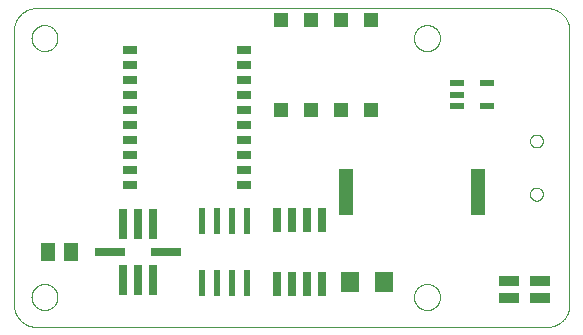
<source format=gtp>
G75*
%MOIN*%
%OFA0B0*%
%FSLAX25Y25*%
%IPPOS*%
%LPD*%
%AMOC8*
5,1,8,0,0,1.08239X$1,22.5*
%
%ADD10C,0.00000*%
%ADD11R,0.04500X0.03000*%
%ADD12R,0.04724X0.15748*%
%ADD13R,0.02756X0.09843*%
%ADD14R,0.09843X0.02756*%
%ADD15R,0.05000X0.05000*%
%ADD16R,0.04724X0.02100*%
%ADD17R,0.04724X0.02165*%
%ADD18R,0.02600X0.08000*%
%ADD19R,0.02362X0.08661*%
%ADD20R,0.06693X0.03740*%
%ADD21R,0.06299X0.07087*%
%ADD22R,0.05118X0.05906*%
D10*
X0114898Y0038933D02*
X0114898Y0130232D01*
X0114900Y0130413D01*
X0114907Y0130594D01*
X0114918Y0130775D01*
X0114933Y0130956D01*
X0114953Y0131136D01*
X0114977Y0131316D01*
X0115005Y0131495D01*
X0115038Y0131673D01*
X0115075Y0131850D01*
X0115116Y0132027D01*
X0115161Y0132202D01*
X0115211Y0132377D01*
X0115265Y0132550D01*
X0115323Y0132721D01*
X0115385Y0132892D01*
X0115452Y0133060D01*
X0115522Y0133227D01*
X0115596Y0133393D01*
X0115675Y0133556D01*
X0115757Y0133717D01*
X0115843Y0133877D01*
X0115933Y0134034D01*
X0116027Y0134189D01*
X0116124Y0134342D01*
X0116226Y0134492D01*
X0116330Y0134640D01*
X0116439Y0134786D01*
X0116550Y0134928D01*
X0116666Y0135068D01*
X0116784Y0135205D01*
X0116906Y0135340D01*
X0117031Y0135471D01*
X0117159Y0135599D01*
X0117290Y0135724D01*
X0117425Y0135846D01*
X0117562Y0135964D01*
X0117702Y0136080D01*
X0117844Y0136191D01*
X0117990Y0136300D01*
X0118138Y0136404D01*
X0118288Y0136506D01*
X0118441Y0136603D01*
X0118596Y0136697D01*
X0118753Y0136787D01*
X0118913Y0136873D01*
X0119074Y0136955D01*
X0119237Y0137034D01*
X0119403Y0137108D01*
X0119570Y0137178D01*
X0119738Y0137245D01*
X0119909Y0137307D01*
X0120080Y0137365D01*
X0120253Y0137419D01*
X0120428Y0137469D01*
X0120603Y0137514D01*
X0120780Y0137555D01*
X0120957Y0137592D01*
X0121135Y0137625D01*
X0121314Y0137653D01*
X0121494Y0137677D01*
X0121674Y0137697D01*
X0121855Y0137712D01*
X0122036Y0137723D01*
X0122217Y0137730D01*
X0122398Y0137732D01*
X0292595Y0137732D01*
X0292776Y0137730D01*
X0292957Y0137723D01*
X0293138Y0137712D01*
X0293319Y0137697D01*
X0293499Y0137677D01*
X0293679Y0137653D01*
X0293858Y0137625D01*
X0294036Y0137592D01*
X0294213Y0137555D01*
X0294390Y0137514D01*
X0294565Y0137469D01*
X0294740Y0137419D01*
X0294913Y0137365D01*
X0295084Y0137307D01*
X0295255Y0137245D01*
X0295423Y0137178D01*
X0295590Y0137108D01*
X0295756Y0137034D01*
X0295919Y0136955D01*
X0296080Y0136873D01*
X0296240Y0136787D01*
X0296397Y0136697D01*
X0296552Y0136603D01*
X0296705Y0136506D01*
X0296855Y0136404D01*
X0297003Y0136300D01*
X0297149Y0136191D01*
X0297291Y0136080D01*
X0297431Y0135964D01*
X0297568Y0135846D01*
X0297703Y0135724D01*
X0297834Y0135599D01*
X0297962Y0135471D01*
X0298087Y0135340D01*
X0298209Y0135205D01*
X0298327Y0135068D01*
X0298443Y0134928D01*
X0298554Y0134786D01*
X0298663Y0134640D01*
X0298767Y0134492D01*
X0298869Y0134342D01*
X0298966Y0134189D01*
X0299060Y0134034D01*
X0299150Y0133877D01*
X0299236Y0133717D01*
X0299318Y0133556D01*
X0299397Y0133393D01*
X0299471Y0133227D01*
X0299541Y0133060D01*
X0299608Y0132892D01*
X0299670Y0132721D01*
X0299728Y0132550D01*
X0299782Y0132377D01*
X0299832Y0132202D01*
X0299877Y0132027D01*
X0299918Y0131850D01*
X0299955Y0131673D01*
X0299988Y0131495D01*
X0300016Y0131316D01*
X0300040Y0131136D01*
X0300060Y0130956D01*
X0300075Y0130775D01*
X0300086Y0130594D01*
X0300093Y0130413D01*
X0300095Y0130232D01*
X0300095Y0038933D01*
X0300093Y0038752D01*
X0300086Y0038571D01*
X0300075Y0038390D01*
X0300060Y0038209D01*
X0300040Y0038029D01*
X0300016Y0037849D01*
X0299988Y0037670D01*
X0299955Y0037492D01*
X0299918Y0037315D01*
X0299877Y0037138D01*
X0299832Y0036963D01*
X0299782Y0036788D01*
X0299728Y0036615D01*
X0299670Y0036444D01*
X0299608Y0036273D01*
X0299541Y0036105D01*
X0299471Y0035938D01*
X0299397Y0035772D01*
X0299318Y0035609D01*
X0299236Y0035448D01*
X0299150Y0035288D01*
X0299060Y0035131D01*
X0298966Y0034976D01*
X0298869Y0034823D01*
X0298767Y0034673D01*
X0298663Y0034525D01*
X0298554Y0034379D01*
X0298443Y0034237D01*
X0298327Y0034097D01*
X0298209Y0033960D01*
X0298087Y0033825D01*
X0297962Y0033694D01*
X0297834Y0033566D01*
X0297703Y0033441D01*
X0297568Y0033319D01*
X0297431Y0033201D01*
X0297291Y0033085D01*
X0297149Y0032974D01*
X0297003Y0032865D01*
X0296855Y0032761D01*
X0296705Y0032659D01*
X0296552Y0032562D01*
X0296397Y0032468D01*
X0296240Y0032378D01*
X0296080Y0032292D01*
X0295919Y0032210D01*
X0295756Y0032131D01*
X0295590Y0032057D01*
X0295423Y0031987D01*
X0295255Y0031920D01*
X0295084Y0031858D01*
X0294913Y0031800D01*
X0294740Y0031746D01*
X0294565Y0031696D01*
X0294390Y0031651D01*
X0294213Y0031610D01*
X0294036Y0031573D01*
X0293858Y0031540D01*
X0293679Y0031512D01*
X0293499Y0031488D01*
X0293319Y0031468D01*
X0293138Y0031453D01*
X0292957Y0031442D01*
X0292776Y0031435D01*
X0292595Y0031433D01*
X0122398Y0031433D01*
X0122217Y0031435D01*
X0122036Y0031442D01*
X0121855Y0031453D01*
X0121674Y0031468D01*
X0121494Y0031488D01*
X0121314Y0031512D01*
X0121135Y0031540D01*
X0120957Y0031573D01*
X0120780Y0031610D01*
X0120603Y0031651D01*
X0120428Y0031696D01*
X0120253Y0031746D01*
X0120080Y0031800D01*
X0119909Y0031858D01*
X0119738Y0031920D01*
X0119570Y0031987D01*
X0119403Y0032057D01*
X0119237Y0032131D01*
X0119074Y0032210D01*
X0118913Y0032292D01*
X0118753Y0032378D01*
X0118596Y0032468D01*
X0118441Y0032562D01*
X0118288Y0032659D01*
X0118138Y0032761D01*
X0117990Y0032865D01*
X0117844Y0032974D01*
X0117702Y0033085D01*
X0117562Y0033201D01*
X0117425Y0033319D01*
X0117290Y0033441D01*
X0117159Y0033566D01*
X0117031Y0033694D01*
X0116906Y0033825D01*
X0116784Y0033960D01*
X0116666Y0034097D01*
X0116550Y0034237D01*
X0116439Y0034379D01*
X0116330Y0034525D01*
X0116226Y0034673D01*
X0116124Y0034823D01*
X0116027Y0034976D01*
X0115933Y0035131D01*
X0115843Y0035288D01*
X0115757Y0035448D01*
X0115675Y0035609D01*
X0115596Y0035772D01*
X0115522Y0035938D01*
X0115452Y0036105D01*
X0115385Y0036273D01*
X0115323Y0036444D01*
X0115265Y0036615D01*
X0115211Y0036788D01*
X0115161Y0036963D01*
X0115116Y0037138D01*
X0115075Y0037315D01*
X0115038Y0037492D01*
X0115005Y0037670D01*
X0114977Y0037849D01*
X0114953Y0038029D01*
X0114933Y0038209D01*
X0114918Y0038390D01*
X0114907Y0038571D01*
X0114900Y0038752D01*
X0114898Y0038933D01*
X0120764Y0041433D02*
X0120766Y0041564D01*
X0120772Y0041696D01*
X0120782Y0041827D01*
X0120796Y0041958D01*
X0120814Y0042088D01*
X0120836Y0042217D01*
X0120861Y0042346D01*
X0120891Y0042474D01*
X0120925Y0042601D01*
X0120962Y0042728D01*
X0121003Y0042852D01*
X0121048Y0042976D01*
X0121097Y0043098D01*
X0121149Y0043219D01*
X0121205Y0043337D01*
X0121265Y0043455D01*
X0121328Y0043570D01*
X0121395Y0043683D01*
X0121465Y0043795D01*
X0121538Y0043904D01*
X0121614Y0044010D01*
X0121694Y0044115D01*
X0121777Y0044217D01*
X0121863Y0044316D01*
X0121952Y0044413D01*
X0122044Y0044507D01*
X0122139Y0044598D01*
X0122236Y0044687D01*
X0122336Y0044772D01*
X0122439Y0044854D01*
X0122544Y0044933D01*
X0122651Y0045009D01*
X0122761Y0045081D01*
X0122873Y0045150D01*
X0122987Y0045216D01*
X0123102Y0045278D01*
X0123220Y0045337D01*
X0123339Y0045392D01*
X0123460Y0045444D01*
X0123583Y0045491D01*
X0123707Y0045535D01*
X0123832Y0045576D01*
X0123958Y0045612D01*
X0124086Y0045645D01*
X0124214Y0045673D01*
X0124343Y0045698D01*
X0124473Y0045719D01*
X0124603Y0045736D01*
X0124734Y0045749D01*
X0124865Y0045758D01*
X0124996Y0045763D01*
X0125128Y0045764D01*
X0125259Y0045761D01*
X0125391Y0045754D01*
X0125522Y0045743D01*
X0125652Y0045728D01*
X0125782Y0045709D01*
X0125912Y0045686D01*
X0126040Y0045660D01*
X0126168Y0045629D01*
X0126295Y0045594D01*
X0126421Y0045556D01*
X0126545Y0045514D01*
X0126669Y0045468D01*
X0126790Y0045418D01*
X0126910Y0045365D01*
X0127029Y0045308D01*
X0127146Y0045248D01*
X0127260Y0045184D01*
X0127373Y0045116D01*
X0127484Y0045045D01*
X0127593Y0044971D01*
X0127699Y0044894D01*
X0127803Y0044813D01*
X0127904Y0044730D01*
X0128003Y0044643D01*
X0128099Y0044553D01*
X0128192Y0044460D01*
X0128283Y0044365D01*
X0128370Y0044267D01*
X0128455Y0044166D01*
X0128536Y0044063D01*
X0128614Y0043957D01*
X0128689Y0043849D01*
X0128761Y0043739D01*
X0128829Y0043627D01*
X0128894Y0043513D01*
X0128955Y0043396D01*
X0129013Y0043278D01*
X0129067Y0043158D01*
X0129118Y0043037D01*
X0129165Y0042914D01*
X0129208Y0042790D01*
X0129247Y0042665D01*
X0129283Y0042538D01*
X0129314Y0042410D01*
X0129342Y0042282D01*
X0129366Y0042153D01*
X0129386Y0042023D01*
X0129402Y0041892D01*
X0129414Y0041761D01*
X0129422Y0041630D01*
X0129426Y0041499D01*
X0129426Y0041367D01*
X0129422Y0041236D01*
X0129414Y0041105D01*
X0129402Y0040974D01*
X0129386Y0040843D01*
X0129366Y0040713D01*
X0129342Y0040584D01*
X0129314Y0040456D01*
X0129283Y0040328D01*
X0129247Y0040201D01*
X0129208Y0040076D01*
X0129165Y0039952D01*
X0129118Y0039829D01*
X0129067Y0039708D01*
X0129013Y0039588D01*
X0128955Y0039470D01*
X0128894Y0039353D01*
X0128829Y0039239D01*
X0128761Y0039127D01*
X0128689Y0039017D01*
X0128614Y0038909D01*
X0128536Y0038803D01*
X0128455Y0038700D01*
X0128370Y0038599D01*
X0128283Y0038501D01*
X0128192Y0038406D01*
X0128099Y0038313D01*
X0128003Y0038223D01*
X0127904Y0038136D01*
X0127803Y0038053D01*
X0127699Y0037972D01*
X0127593Y0037895D01*
X0127484Y0037821D01*
X0127373Y0037750D01*
X0127261Y0037682D01*
X0127146Y0037618D01*
X0127029Y0037558D01*
X0126910Y0037501D01*
X0126790Y0037448D01*
X0126669Y0037398D01*
X0126545Y0037352D01*
X0126421Y0037310D01*
X0126295Y0037272D01*
X0126168Y0037237D01*
X0126040Y0037206D01*
X0125912Y0037180D01*
X0125782Y0037157D01*
X0125652Y0037138D01*
X0125522Y0037123D01*
X0125391Y0037112D01*
X0125259Y0037105D01*
X0125128Y0037102D01*
X0124996Y0037103D01*
X0124865Y0037108D01*
X0124734Y0037117D01*
X0124603Y0037130D01*
X0124473Y0037147D01*
X0124343Y0037168D01*
X0124214Y0037193D01*
X0124086Y0037221D01*
X0123958Y0037254D01*
X0123832Y0037290D01*
X0123707Y0037331D01*
X0123583Y0037375D01*
X0123460Y0037422D01*
X0123339Y0037474D01*
X0123220Y0037529D01*
X0123102Y0037588D01*
X0122987Y0037650D01*
X0122873Y0037716D01*
X0122761Y0037785D01*
X0122651Y0037857D01*
X0122544Y0037933D01*
X0122439Y0038012D01*
X0122336Y0038094D01*
X0122236Y0038179D01*
X0122139Y0038268D01*
X0122044Y0038359D01*
X0121952Y0038453D01*
X0121863Y0038550D01*
X0121777Y0038649D01*
X0121694Y0038751D01*
X0121614Y0038856D01*
X0121538Y0038962D01*
X0121465Y0039071D01*
X0121395Y0039183D01*
X0121328Y0039296D01*
X0121265Y0039411D01*
X0121205Y0039529D01*
X0121149Y0039647D01*
X0121097Y0039768D01*
X0121048Y0039890D01*
X0121003Y0040014D01*
X0120962Y0040138D01*
X0120925Y0040265D01*
X0120891Y0040392D01*
X0120861Y0040520D01*
X0120836Y0040649D01*
X0120814Y0040778D01*
X0120796Y0040908D01*
X0120782Y0041039D01*
X0120772Y0041170D01*
X0120766Y0041302D01*
X0120764Y0041433D01*
X0248264Y0041433D02*
X0248266Y0041564D01*
X0248272Y0041696D01*
X0248282Y0041827D01*
X0248296Y0041958D01*
X0248314Y0042088D01*
X0248336Y0042217D01*
X0248361Y0042346D01*
X0248391Y0042474D01*
X0248425Y0042601D01*
X0248462Y0042728D01*
X0248503Y0042852D01*
X0248548Y0042976D01*
X0248597Y0043098D01*
X0248649Y0043219D01*
X0248705Y0043337D01*
X0248765Y0043455D01*
X0248828Y0043570D01*
X0248895Y0043683D01*
X0248965Y0043795D01*
X0249038Y0043904D01*
X0249114Y0044010D01*
X0249194Y0044115D01*
X0249277Y0044217D01*
X0249363Y0044316D01*
X0249452Y0044413D01*
X0249544Y0044507D01*
X0249639Y0044598D01*
X0249736Y0044687D01*
X0249836Y0044772D01*
X0249939Y0044854D01*
X0250044Y0044933D01*
X0250151Y0045009D01*
X0250261Y0045081D01*
X0250373Y0045150D01*
X0250487Y0045216D01*
X0250602Y0045278D01*
X0250720Y0045337D01*
X0250839Y0045392D01*
X0250960Y0045444D01*
X0251083Y0045491D01*
X0251207Y0045535D01*
X0251332Y0045576D01*
X0251458Y0045612D01*
X0251586Y0045645D01*
X0251714Y0045673D01*
X0251843Y0045698D01*
X0251973Y0045719D01*
X0252103Y0045736D01*
X0252234Y0045749D01*
X0252365Y0045758D01*
X0252496Y0045763D01*
X0252628Y0045764D01*
X0252759Y0045761D01*
X0252891Y0045754D01*
X0253022Y0045743D01*
X0253152Y0045728D01*
X0253282Y0045709D01*
X0253412Y0045686D01*
X0253540Y0045660D01*
X0253668Y0045629D01*
X0253795Y0045594D01*
X0253921Y0045556D01*
X0254045Y0045514D01*
X0254169Y0045468D01*
X0254290Y0045418D01*
X0254410Y0045365D01*
X0254529Y0045308D01*
X0254646Y0045248D01*
X0254760Y0045184D01*
X0254873Y0045116D01*
X0254984Y0045045D01*
X0255093Y0044971D01*
X0255199Y0044894D01*
X0255303Y0044813D01*
X0255404Y0044730D01*
X0255503Y0044643D01*
X0255599Y0044553D01*
X0255692Y0044460D01*
X0255783Y0044365D01*
X0255870Y0044267D01*
X0255955Y0044166D01*
X0256036Y0044063D01*
X0256114Y0043957D01*
X0256189Y0043849D01*
X0256261Y0043739D01*
X0256329Y0043627D01*
X0256394Y0043513D01*
X0256455Y0043396D01*
X0256513Y0043278D01*
X0256567Y0043158D01*
X0256618Y0043037D01*
X0256665Y0042914D01*
X0256708Y0042790D01*
X0256747Y0042665D01*
X0256783Y0042538D01*
X0256814Y0042410D01*
X0256842Y0042282D01*
X0256866Y0042153D01*
X0256886Y0042023D01*
X0256902Y0041892D01*
X0256914Y0041761D01*
X0256922Y0041630D01*
X0256926Y0041499D01*
X0256926Y0041367D01*
X0256922Y0041236D01*
X0256914Y0041105D01*
X0256902Y0040974D01*
X0256886Y0040843D01*
X0256866Y0040713D01*
X0256842Y0040584D01*
X0256814Y0040456D01*
X0256783Y0040328D01*
X0256747Y0040201D01*
X0256708Y0040076D01*
X0256665Y0039952D01*
X0256618Y0039829D01*
X0256567Y0039708D01*
X0256513Y0039588D01*
X0256455Y0039470D01*
X0256394Y0039353D01*
X0256329Y0039239D01*
X0256261Y0039127D01*
X0256189Y0039017D01*
X0256114Y0038909D01*
X0256036Y0038803D01*
X0255955Y0038700D01*
X0255870Y0038599D01*
X0255783Y0038501D01*
X0255692Y0038406D01*
X0255599Y0038313D01*
X0255503Y0038223D01*
X0255404Y0038136D01*
X0255303Y0038053D01*
X0255199Y0037972D01*
X0255093Y0037895D01*
X0254984Y0037821D01*
X0254873Y0037750D01*
X0254761Y0037682D01*
X0254646Y0037618D01*
X0254529Y0037558D01*
X0254410Y0037501D01*
X0254290Y0037448D01*
X0254169Y0037398D01*
X0254045Y0037352D01*
X0253921Y0037310D01*
X0253795Y0037272D01*
X0253668Y0037237D01*
X0253540Y0037206D01*
X0253412Y0037180D01*
X0253282Y0037157D01*
X0253152Y0037138D01*
X0253022Y0037123D01*
X0252891Y0037112D01*
X0252759Y0037105D01*
X0252628Y0037102D01*
X0252496Y0037103D01*
X0252365Y0037108D01*
X0252234Y0037117D01*
X0252103Y0037130D01*
X0251973Y0037147D01*
X0251843Y0037168D01*
X0251714Y0037193D01*
X0251586Y0037221D01*
X0251458Y0037254D01*
X0251332Y0037290D01*
X0251207Y0037331D01*
X0251083Y0037375D01*
X0250960Y0037422D01*
X0250839Y0037474D01*
X0250720Y0037529D01*
X0250602Y0037588D01*
X0250487Y0037650D01*
X0250373Y0037716D01*
X0250261Y0037785D01*
X0250151Y0037857D01*
X0250044Y0037933D01*
X0249939Y0038012D01*
X0249836Y0038094D01*
X0249736Y0038179D01*
X0249639Y0038268D01*
X0249544Y0038359D01*
X0249452Y0038453D01*
X0249363Y0038550D01*
X0249277Y0038649D01*
X0249194Y0038751D01*
X0249114Y0038856D01*
X0249038Y0038962D01*
X0248965Y0039071D01*
X0248895Y0039183D01*
X0248828Y0039296D01*
X0248765Y0039411D01*
X0248705Y0039529D01*
X0248649Y0039647D01*
X0248597Y0039768D01*
X0248548Y0039890D01*
X0248503Y0040014D01*
X0248462Y0040138D01*
X0248425Y0040265D01*
X0248391Y0040392D01*
X0248361Y0040520D01*
X0248336Y0040649D01*
X0248314Y0040778D01*
X0248296Y0040908D01*
X0248282Y0041039D01*
X0248272Y0041170D01*
X0248266Y0041302D01*
X0248264Y0041433D01*
X0286907Y0075724D02*
X0286909Y0075817D01*
X0286915Y0075909D01*
X0286925Y0076001D01*
X0286939Y0076092D01*
X0286956Y0076183D01*
X0286978Y0076273D01*
X0287003Y0076362D01*
X0287032Y0076450D01*
X0287065Y0076536D01*
X0287102Y0076621D01*
X0287142Y0076705D01*
X0287186Y0076786D01*
X0287233Y0076866D01*
X0287283Y0076944D01*
X0287337Y0077019D01*
X0287394Y0077092D01*
X0287454Y0077162D01*
X0287517Y0077230D01*
X0287583Y0077295D01*
X0287651Y0077357D01*
X0287722Y0077417D01*
X0287796Y0077473D01*
X0287872Y0077526D01*
X0287950Y0077575D01*
X0288030Y0077622D01*
X0288112Y0077664D01*
X0288196Y0077704D01*
X0288281Y0077739D01*
X0288368Y0077771D01*
X0288456Y0077800D01*
X0288545Y0077824D01*
X0288635Y0077845D01*
X0288726Y0077861D01*
X0288818Y0077874D01*
X0288910Y0077883D01*
X0289003Y0077888D01*
X0289095Y0077889D01*
X0289188Y0077886D01*
X0289280Y0077879D01*
X0289372Y0077868D01*
X0289463Y0077853D01*
X0289554Y0077835D01*
X0289644Y0077812D01*
X0289732Y0077786D01*
X0289820Y0077756D01*
X0289906Y0077722D01*
X0289990Y0077685D01*
X0290073Y0077643D01*
X0290154Y0077599D01*
X0290234Y0077551D01*
X0290311Y0077500D01*
X0290385Y0077445D01*
X0290458Y0077387D01*
X0290528Y0077327D01*
X0290595Y0077263D01*
X0290659Y0077197D01*
X0290721Y0077127D01*
X0290779Y0077056D01*
X0290834Y0076982D01*
X0290886Y0076905D01*
X0290935Y0076826D01*
X0290981Y0076746D01*
X0291023Y0076663D01*
X0291061Y0076579D01*
X0291096Y0076493D01*
X0291127Y0076406D01*
X0291154Y0076318D01*
X0291177Y0076228D01*
X0291197Y0076138D01*
X0291213Y0076047D01*
X0291225Y0075955D01*
X0291233Y0075863D01*
X0291237Y0075770D01*
X0291237Y0075678D01*
X0291233Y0075585D01*
X0291225Y0075493D01*
X0291213Y0075401D01*
X0291197Y0075310D01*
X0291177Y0075220D01*
X0291154Y0075130D01*
X0291127Y0075042D01*
X0291096Y0074955D01*
X0291061Y0074869D01*
X0291023Y0074785D01*
X0290981Y0074702D01*
X0290935Y0074622D01*
X0290886Y0074543D01*
X0290834Y0074466D01*
X0290779Y0074392D01*
X0290721Y0074321D01*
X0290659Y0074251D01*
X0290595Y0074185D01*
X0290528Y0074121D01*
X0290458Y0074061D01*
X0290385Y0074003D01*
X0290311Y0073948D01*
X0290234Y0073897D01*
X0290155Y0073849D01*
X0290073Y0073805D01*
X0289990Y0073763D01*
X0289906Y0073726D01*
X0289820Y0073692D01*
X0289732Y0073662D01*
X0289644Y0073636D01*
X0289554Y0073613D01*
X0289463Y0073595D01*
X0289372Y0073580D01*
X0289280Y0073569D01*
X0289188Y0073562D01*
X0289095Y0073559D01*
X0289003Y0073560D01*
X0288910Y0073565D01*
X0288818Y0073574D01*
X0288726Y0073587D01*
X0288635Y0073603D01*
X0288545Y0073624D01*
X0288456Y0073648D01*
X0288368Y0073677D01*
X0288281Y0073709D01*
X0288196Y0073744D01*
X0288112Y0073784D01*
X0288030Y0073826D01*
X0287950Y0073873D01*
X0287872Y0073922D01*
X0287796Y0073975D01*
X0287722Y0074031D01*
X0287651Y0074091D01*
X0287583Y0074153D01*
X0287517Y0074218D01*
X0287454Y0074286D01*
X0287394Y0074356D01*
X0287337Y0074429D01*
X0287283Y0074504D01*
X0287233Y0074582D01*
X0287186Y0074662D01*
X0287142Y0074743D01*
X0287102Y0074827D01*
X0287065Y0074912D01*
X0287032Y0074998D01*
X0287003Y0075086D01*
X0286978Y0075175D01*
X0286956Y0075265D01*
X0286939Y0075356D01*
X0286925Y0075447D01*
X0286915Y0075539D01*
X0286909Y0075631D01*
X0286907Y0075724D01*
X0286907Y0093441D02*
X0286909Y0093534D01*
X0286915Y0093626D01*
X0286925Y0093718D01*
X0286939Y0093809D01*
X0286956Y0093900D01*
X0286978Y0093990D01*
X0287003Y0094079D01*
X0287032Y0094167D01*
X0287065Y0094253D01*
X0287102Y0094338D01*
X0287142Y0094422D01*
X0287186Y0094503D01*
X0287233Y0094583D01*
X0287283Y0094661D01*
X0287337Y0094736D01*
X0287394Y0094809D01*
X0287454Y0094879D01*
X0287517Y0094947D01*
X0287583Y0095012D01*
X0287651Y0095074D01*
X0287722Y0095134D01*
X0287796Y0095190D01*
X0287872Y0095243D01*
X0287950Y0095292D01*
X0288030Y0095339D01*
X0288112Y0095381D01*
X0288196Y0095421D01*
X0288281Y0095456D01*
X0288368Y0095488D01*
X0288456Y0095517D01*
X0288545Y0095541D01*
X0288635Y0095562D01*
X0288726Y0095578D01*
X0288818Y0095591D01*
X0288910Y0095600D01*
X0289003Y0095605D01*
X0289095Y0095606D01*
X0289188Y0095603D01*
X0289280Y0095596D01*
X0289372Y0095585D01*
X0289463Y0095570D01*
X0289554Y0095552D01*
X0289644Y0095529D01*
X0289732Y0095503D01*
X0289820Y0095473D01*
X0289906Y0095439D01*
X0289990Y0095402D01*
X0290073Y0095360D01*
X0290154Y0095316D01*
X0290234Y0095268D01*
X0290311Y0095217D01*
X0290385Y0095162D01*
X0290458Y0095104D01*
X0290528Y0095044D01*
X0290595Y0094980D01*
X0290659Y0094914D01*
X0290721Y0094844D01*
X0290779Y0094773D01*
X0290834Y0094699D01*
X0290886Y0094622D01*
X0290935Y0094543D01*
X0290981Y0094463D01*
X0291023Y0094380D01*
X0291061Y0094296D01*
X0291096Y0094210D01*
X0291127Y0094123D01*
X0291154Y0094035D01*
X0291177Y0093945D01*
X0291197Y0093855D01*
X0291213Y0093764D01*
X0291225Y0093672D01*
X0291233Y0093580D01*
X0291237Y0093487D01*
X0291237Y0093395D01*
X0291233Y0093302D01*
X0291225Y0093210D01*
X0291213Y0093118D01*
X0291197Y0093027D01*
X0291177Y0092937D01*
X0291154Y0092847D01*
X0291127Y0092759D01*
X0291096Y0092672D01*
X0291061Y0092586D01*
X0291023Y0092502D01*
X0290981Y0092419D01*
X0290935Y0092339D01*
X0290886Y0092260D01*
X0290834Y0092183D01*
X0290779Y0092109D01*
X0290721Y0092038D01*
X0290659Y0091968D01*
X0290595Y0091902D01*
X0290528Y0091838D01*
X0290458Y0091778D01*
X0290385Y0091720D01*
X0290311Y0091665D01*
X0290234Y0091614D01*
X0290155Y0091566D01*
X0290073Y0091522D01*
X0289990Y0091480D01*
X0289906Y0091443D01*
X0289820Y0091409D01*
X0289732Y0091379D01*
X0289644Y0091353D01*
X0289554Y0091330D01*
X0289463Y0091312D01*
X0289372Y0091297D01*
X0289280Y0091286D01*
X0289188Y0091279D01*
X0289095Y0091276D01*
X0289003Y0091277D01*
X0288910Y0091282D01*
X0288818Y0091291D01*
X0288726Y0091304D01*
X0288635Y0091320D01*
X0288545Y0091341D01*
X0288456Y0091365D01*
X0288368Y0091394D01*
X0288281Y0091426D01*
X0288196Y0091461D01*
X0288112Y0091501D01*
X0288030Y0091543D01*
X0287950Y0091590D01*
X0287872Y0091639D01*
X0287796Y0091692D01*
X0287722Y0091748D01*
X0287651Y0091808D01*
X0287583Y0091870D01*
X0287517Y0091935D01*
X0287454Y0092003D01*
X0287394Y0092073D01*
X0287337Y0092146D01*
X0287283Y0092221D01*
X0287233Y0092299D01*
X0287186Y0092379D01*
X0287142Y0092460D01*
X0287102Y0092544D01*
X0287065Y0092629D01*
X0287032Y0092715D01*
X0287003Y0092803D01*
X0286978Y0092892D01*
X0286956Y0092982D01*
X0286939Y0093073D01*
X0286925Y0093164D01*
X0286915Y0093256D01*
X0286909Y0093348D01*
X0286907Y0093441D01*
X0248264Y0127732D02*
X0248266Y0127863D01*
X0248272Y0127995D01*
X0248282Y0128126D01*
X0248296Y0128257D01*
X0248314Y0128387D01*
X0248336Y0128516D01*
X0248361Y0128645D01*
X0248391Y0128773D01*
X0248425Y0128900D01*
X0248462Y0129027D01*
X0248503Y0129151D01*
X0248548Y0129275D01*
X0248597Y0129397D01*
X0248649Y0129518D01*
X0248705Y0129636D01*
X0248765Y0129754D01*
X0248828Y0129869D01*
X0248895Y0129982D01*
X0248965Y0130094D01*
X0249038Y0130203D01*
X0249114Y0130309D01*
X0249194Y0130414D01*
X0249277Y0130516D01*
X0249363Y0130615D01*
X0249452Y0130712D01*
X0249544Y0130806D01*
X0249639Y0130897D01*
X0249736Y0130986D01*
X0249836Y0131071D01*
X0249939Y0131153D01*
X0250044Y0131232D01*
X0250151Y0131308D01*
X0250261Y0131380D01*
X0250373Y0131449D01*
X0250487Y0131515D01*
X0250602Y0131577D01*
X0250720Y0131636D01*
X0250839Y0131691D01*
X0250960Y0131743D01*
X0251083Y0131790D01*
X0251207Y0131834D01*
X0251332Y0131875D01*
X0251458Y0131911D01*
X0251586Y0131944D01*
X0251714Y0131972D01*
X0251843Y0131997D01*
X0251973Y0132018D01*
X0252103Y0132035D01*
X0252234Y0132048D01*
X0252365Y0132057D01*
X0252496Y0132062D01*
X0252628Y0132063D01*
X0252759Y0132060D01*
X0252891Y0132053D01*
X0253022Y0132042D01*
X0253152Y0132027D01*
X0253282Y0132008D01*
X0253412Y0131985D01*
X0253540Y0131959D01*
X0253668Y0131928D01*
X0253795Y0131893D01*
X0253921Y0131855D01*
X0254045Y0131813D01*
X0254169Y0131767D01*
X0254290Y0131717D01*
X0254410Y0131664D01*
X0254529Y0131607D01*
X0254646Y0131547D01*
X0254760Y0131483D01*
X0254873Y0131415D01*
X0254984Y0131344D01*
X0255093Y0131270D01*
X0255199Y0131193D01*
X0255303Y0131112D01*
X0255404Y0131029D01*
X0255503Y0130942D01*
X0255599Y0130852D01*
X0255692Y0130759D01*
X0255783Y0130664D01*
X0255870Y0130566D01*
X0255955Y0130465D01*
X0256036Y0130362D01*
X0256114Y0130256D01*
X0256189Y0130148D01*
X0256261Y0130038D01*
X0256329Y0129926D01*
X0256394Y0129812D01*
X0256455Y0129695D01*
X0256513Y0129577D01*
X0256567Y0129457D01*
X0256618Y0129336D01*
X0256665Y0129213D01*
X0256708Y0129089D01*
X0256747Y0128964D01*
X0256783Y0128837D01*
X0256814Y0128709D01*
X0256842Y0128581D01*
X0256866Y0128452D01*
X0256886Y0128322D01*
X0256902Y0128191D01*
X0256914Y0128060D01*
X0256922Y0127929D01*
X0256926Y0127798D01*
X0256926Y0127666D01*
X0256922Y0127535D01*
X0256914Y0127404D01*
X0256902Y0127273D01*
X0256886Y0127142D01*
X0256866Y0127012D01*
X0256842Y0126883D01*
X0256814Y0126755D01*
X0256783Y0126627D01*
X0256747Y0126500D01*
X0256708Y0126375D01*
X0256665Y0126251D01*
X0256618Y0126128D01*
X0256567Y0126007D01*
X0256513Y0125887D01*
X0256455Y0125769D01*
X0256394Y0125652D01*
X0256329Y0125538D01*
X0256261Y0125426D01*
X0256189Y0125316D01*
X0256114Y0125208D01*
X0256036Y0125102D01*
X0255955Y0124999D01*
X0255870Y0124898D01*
X0255783Y0124800D01*
X0255692Y0124705D01*
X0255599Y0124612D01*
X0255503Y0124522D01*
X0255404Y0124435D01*
X0255303Y0124352D01*
X0255199Y0124271D01*
X0255093Y0124194D01*
X0254984Y0124120D01*
X0254873Y0124049D01*
X0254761Y0123981D01*
X0254646Y0123917D01*
X0254529Y0123857D01*
X0254410Y0123800D01*
X0254290Y0123747D01*
X0254169Y0123697D01*
X0254045Y0123651D01*
X0253921Y0123609D01*
X0253795Y0123571D01*
X0253668Y0123536D01*
X0253540Y0123505D01*
X0253412Y0123479D01*
X0253282Y0123456D01*
X0253152Y0123437D01*
X0253022Y0123422D01*
X0252891Y0123411D01*
X0252759Y0123404D01*
X0252628Y0123401D01*
X0252496Y0123402D01*
X0252365Y0123407D01*
X0252234Y0123416D01*
X0252103Y0123429D01*
X0251973Y0123446D01*
X0251843Y0123467D01*
X0251714Y0123492D01*
X0251586Y0123520D01*
X0251458Y0123553D01*
X0251332Y0123589D01*
X0251207Y0123630D01*
X0251083Y0123674D01*
X0250960Y0123721D01*
X0250839Y0123773D01*
X0250720Y0123828D01*
X0250602Y0123887D01*
X0250487Y0123949D01*
X0250373Y0124015D01*
X0250261Y0124084D01*
X0250151Y0124156D01*
X0250044Y0124232D01*
X0249939Y0124311D01*
X0249836Y0124393D01*
X0249736Y0124478D01*
X0249639Y0124567D01*
X0249544Y0124658D01*
X0249452Y0124752D01*
X0249363Y0124849D01*
X0249277Y0124948D01*
X0249194Y0125050D01*
X0249114Y0125155D01*
X0249038Y0125261D01*
X0248965Y0125370D01*
X0248895Y0125482D01*
X0248828Y0125595D01*
X0248765Y0125710D01*
X0248705Y0125828D01*
X0248649Y0125946D01*
X0248597Y0126067D01*
X0248548Y0126189D01*
X0248503Y0126313D01*
X0248462Y0126437D01*
X0248425Y0126564D01*
X0248391Y0126691D01*
X0248361Y0126819D01*
X0248336Y0126948D01*
X0248314Y0127077D01*
X0248296Y0127207D01*
X0248282Y0127338D01*
X0248272Y0127469D01*
X0248266Y0127601D01*
X0248264Y0127732D01*
X0120764Y0127732D02*
X0120766Y0127863D01*
X0120772Y0127995D01*
X0120782Y0128126D01*
X0120796Y0128257D01*
X0120814Y0128387D01*
X0120836Y0128516D01*
X0120861Y0128645D01*
X0120891Y0128773D01*
X0120925Y0128900D01*
X0120962Y0129027D01*
X0121003Y0129151D01*
X0121048Y0129275D01*
X0121097Y0129397D01*
X0121149Y0129518D01*
X0121205Y0129636D01*
X0121265Y0129754D01*
X0121328Y0129869D01*
X0121395Y0129982D01*
X0121465Y0130094D01*
X0121538Y0130203D01*
X0121614Y0130309D01*
X0121694Y0130414D01*
X0121777Y0130516D01*
X0121863Y0130615D01*
X0121952Y0130712D01*
X0122044Y0130806D01*
X0122139Y0130897D01*
X0122236Y0130986D01*
X0122336Y0131071D01*
X0122439Y0131153D01*
X0122544Y0131232D01*
X0122651Y0131308D01*
X0122761Y0131380D01*
X0122873Y0131449D01*
X0122987Y0131515D01*
X0123102Y0131577D01*
X0123220Y0131636D01*
X0123339Y0131691D01*
X0123460Y0131743D01*
X0123583Y0131790D01*
X0123707Y0131834D01*
X0123832Y0131875D01*
X0123958Y0131911D01*
X0124086Y0131944D01*
X0124214Y0131972D01*
X0124343Y0131997D01*
X0124473Y0132018D01*
X0124603Y0132035D01*
X0124734Y0132048D01*
X0124865Y0132057D01*
X0124996Y0132062D01*
X0125128Y0132063D01*
X0125259Y0132060D01*
X0125391Y0132053D01*
X0125522Y0132042D01*
X0125652Y0132027D01*
X0125782Y0132008D01*
X0125912Y0131985D01*
X0126040Y0131959D01*
X0126168Y0131928D01*
X0126295Y0131893D01*
X0126421Y0131855D01*
X0126545Y0131813D01*
X0126669Y0131767D01*
X0126790Y0131717D01*
X0126910Y0131664D01*
X0127029Y0131607D01*
X0127146Y0131547D01*
X0127260Y0131483D01*
X0127373Y0131415D01*
X0127484Y0131344D01*
X0127593Y0131270D01*
X0127699Y0131193D01*
X0127803Y0131112D01*
X0127904Y0131029D01*
X0128003Y0130942D01*
X0128099Y0130852D01*
X0128192Y0130759D01*
X0128283Y0130664D01*
X0128370Y0130566D01*
X0128455Y0130465D01*
X0128536Y0130362D01*
X0128614Y0130256D01*
X0128689Y0130148D01*
X0128761Y0130038D01*
X0128829Y0129926D01*
X0128894Y0129812D01*
X0128955Y0129695D01*
X0129013Y0129577D01*
X0129067Y0129457D01*
X0129118Y0129336D01*
X0129165Y0129213D01*
X0129208Y0129089D01*
X0129247Y0128964D01*
X0129283Y0128837D01*
X0129314Y0128709D01*
X0129342Y0128581D01*
X0129366Y0128452D01*
X0129386Y0128322D01*
X0129402Y0128191D01*
X0129414Y0128060D01*
X0129422Y0127929D01*
X0129426Y0127798D01*
X0129426Y0127666D01*
X0129422Y0127535D01*
X0129414Y0127404D01*
X0129402Y0127273D01*
X0129386Y0127142D01*
X0129366Y0127012D01*
X0129342Y0126883D01*
X0129314Y0126755D01*
X0129283Y0126627D01*
X0129247Y0126500D01*
X0129208Y0126375D01*
X0129165Y0126251D01*
X0129118Y0126128D01*
X0129067Y0126007D01*
X0129013Y0125887D01*
X0128955Y0125769D01*
X0128894Y0125652D01*
X0128829Y0125538D01*
X0128761Y0125426D01*
X0128689Y0125316D01*
X0128614Y0125208D01*
X0128536Y0125102D01*
X0128455Y0124999D01*
X0128370Y0124898D01*
X0128283Y0124800D01*
X0128192Y0124705D01*
X0128099Y0124612D01*
X0128003Y0124522D01*
X0127904Y0124435D01*
X0127803Y0124352D01*
X0127699Y0124271D01*
X0127593Y0124194D01*
X0127484Y0124120D01*
X0127373Y0124049D01*
X0127261Y0123981D01*
X0127146Y0123917D01*
X0127029Y0123857D01*
X0126910Y0123800D01*
X0126790Y0123747D01*
X0126669Y0123697D01*
X0126545Y0123651D01*
X0126421Y0123609D01*
X0126295Y0123571D01*
X0126168Y0123536D01*
X0126040Y0123505D01*
X0125912Y0123479D01*
X0125782Y0123456D01*
X0125652Y0123437D01*
X0125522Y0123422D01*
X0125391Y0123411D01*
X0125259Y0123404D01*
X0125128Y0123401D01*
X0124996Y0123402D01*
X0124865Y0123407D01*
X0124734Y0123416D01*
X0124603Y0123429D01*
X0124473Y0123446D01*
X0124343Y0123467D01*
X0124214Y0123492D01*
X0124086Y0123520D01*
X0123958Y0123553D01*
X0123832Y0123589D01*
X0123707Y0123630D01*
X0123583Y0123674D01*
X0123460Y0123721D01*
X0123339Y0123773D01*
X0123220Y0123828D01*
X0123102Y0123887D01*
X0122987Y0123949D01*
X0122873Y0124015D01*
X0122761Y0124084D01*
X0122651Y0124156D01*
X0122544Y0124232D01*
X0122439Y0124311D01*
X0122336Y0124393D01*
X0122236Y0124478D01*
X0122139Y0124567D01*
X0122044Y0124658D01*
X0121952Y0124752D01*
X0121863Y0124849D01*
X0121777Y0124948D01*
X0121694Y0125050D01*
X0121614Y0125155D01*
X0121538Y0125261D01*
X0121465Y0125370D01*
X0121395Y0125482D01*
X0121328Y0125595D01*
X0121265Y0125710D01*
X0121205Y0125828D01*
X0121149Y0125946D01*
X0121097Y0126067D01*
X0121048Y0126189D01*
X0121003Y0126313D01*
X0120962Y0126437D01*
X0120925Y0126564D01*
X0120891Y0126691D01*
X0120861Y0126819D01*
X0120836Y0126948D01*
X0120814Y0127077D01*
X0120796Y0127207D01*
X0120782Y0127338D01*
X0120772Y0127469D01*
X0120766Y0127601D01*
X0120764Y0127732D01*
D11*
X0153745Y0123933D03*
X0153745Y0118933D03*
X0153745Y0113933D03*
X0153745Y0108933D03*
X0153745Y0103933D03*
X0153745Y0098933D03*
X0153745Y0093933D03*
X0153745Y0088933D03*
X0153745Y0083933D03*
X0153745Y0078933D03*
X0191445Y0078933D03*
X0191445Y0083933D03*
X0191445Y0088933D03*
X0191445Y0093933D03*
X0191445Y0098933D03*
X0191445Y0103933D03*
X0191445Y0108933D03*
X0191445Y0113933D03*
X0191445Y0118933D03*
X0191445Y0123933D03*
D12*
X0225548Y0076433D03*
X0269642Y0076433D03*
D13*
X0161345Y0065752D03*
X0156345Y0065752D03*
X0151345Y0065752D03*
X0151345Y0047115D03*
X0156345Y0047115D03*
X0161345Y0047115D03*
D14*
X0165664Y0056433D03*
X0147027Y0056433D03*
D15*
X0203845Y0103933D03*
X0213845Y0103933D03*
X0223845Y0103933D03*
X0233845Y0103933D03*
X0233845Y0133933D03*
X0223845Y0133933D03*
X0213845Y0133933D03*
X0203845Y0133933D03*
D16*
X0262477Y0112673D03*
X0262477Y0108933D03*
X0262477Y0105193D03*
D17*
X0272713Y0105193D03*
X0272713Y0112673D03*
D18*
X0217595Y0067000D03*
X0212595Y0067000D03*
X0207595Y0067000D03*
X0202595Y0067000D03*
X0202595Y0045866D03*
X0207595Y0045866D03*
X0212595Y0045866D03*
X0217595Y0045866D03*
D19*
X0192595Y0046197D03*
X0187595Y0046197D03*
X0182595Y0046197D03*
X0177595Y0046197D03*
X0177595Y0066669D03*
X0182595Y0066669D03*
X0187595Y0066669D03*
X0192595Y0066669D03*
D20*
X0279780Y0046886D03*
X0290410Y0046886D03*
X0290410Y0040980D03*
X0279780Y0040980D03*
D21*
X0238107Y0046433D03*
X0227083Y0046433D03*
D22*
X0133835Y0056433D03*
X0126355Y0056433D03*
M02*

</source>
